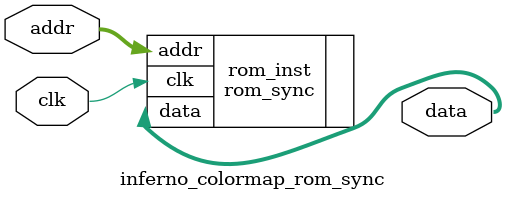
<source format=sv>

`default_nettype none
`timescale 1ns / 1ps

module inferno_colormap_rom_sync #(
    parameter WIDTH=24,
    parameter DEPTH=256,
    `ifndef SIMULATION
    parameter INIT_F="inferno_colormap.hex",
    `else
    parameter INIT_F="../memory/inferno_colormap.hex",
    `endif

    localparam ADDRW=$clog2(DEPTH)
    ) (
    input wire logic clk,
    input wire logic [ADDRW-1:0] addr,
    output     logic [WIDTH-1:0] data
    );

    rom_sync #(
        .WIDTH(WIDTH),
        .DEPTH(DEPTH),
        .INIT_F(INIT_F)
    ) rom_inst (
        .clk,
        .addr,
        .data
    );
endmodule

</source>
